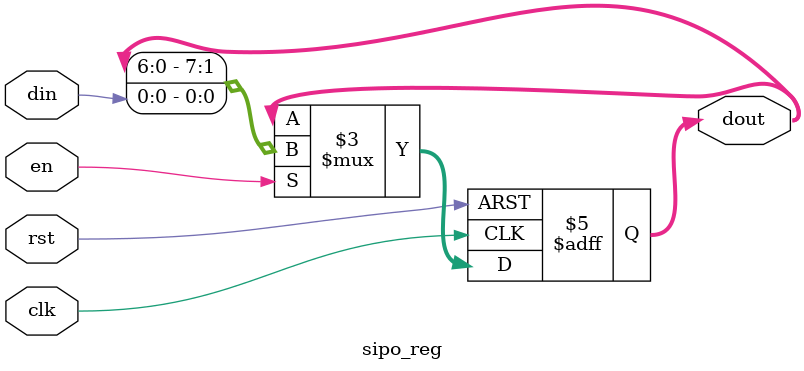
<source format=v>
module sipo_reg (
    input wire clk,
    input wire rst,
    input wire en,
    input wire din,
    output reg [7:0] dout
);

    always @(posedge clk or negedge rst) begin
        if (!rst) begin
            dout <= 8'h00;
        end else if (en) begin
            // Shift left: new bit enters LSB
            dout <= {dout[6:0], din};
        end
    end

endmodule
</source>
